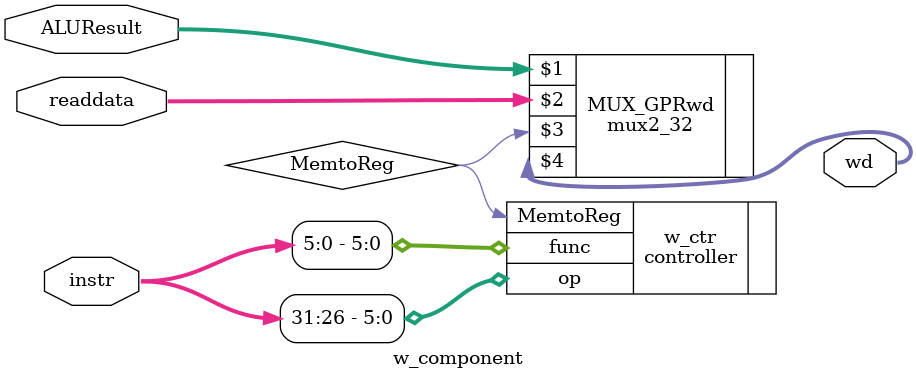
<source format=v>
`timescale 1ns / 1ps
module w_component(
    input [31:0] instr,
    input [31:0] ALUResult,
    input [31:0] readdata,
    //output [4:0] wa,
    output [31:0] wd
    );
	 
	 wire [1:0] RegDst;
    wire	 MemtoReg;
	 
	 controller w_ctr(.op(instr[31:26]), .func(instr[5:0]), .MemtoReg(MemtoReg));
	// mux4_5 MUX_GPRwa(.d0(instr[20:16]), .d1(instr[15:11]), .d2(5'b11111), .s(RegDst), .dout(wa));
	 mux2_32 MUX_GPRwd(ALUResult, readdata, MemtoReg, wd);


endmodule

</source>
